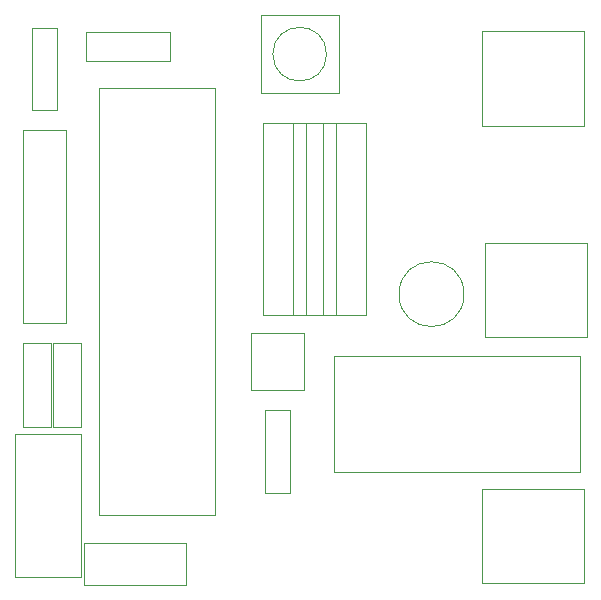
<source format=gbr>
G04 #@! TF.GenerationSoftware,KiCad,Pcbnew,(5.1.8)-1*
G04 #@! TF.CreationDate,2021-03-23T12:44:49+01:00*
G04 #@! TF.ProjectId,MicoBot1,4d69636f-426f-4743-912e-6b696361645f,rev?*
G04 #@! TF.SameCoordinates,Original*
G04 #@! TF.FileFunction,Other,User*
%FSLAX46Y46*%
G04 Gerber Fmt 4.6, Leading zero omitted, Abs format (unit mm)*
G04 Created by KiCad (PCBNEW (5.1.8)-1) date 2021-03-23 12:44:49*
%MOMM*%
%LPD*%
G01*
G04 APERTURE LIST*
%ADD10C,0.050000*%
%ADD11C,0.120000*%
G04 APERTURE END LIST*
D10*
X108120000Y-106400000D02*
X108120000Y-142500000D01*
X108120000Y-142500000D02*
X117920000Y-142500000D01*
X117920000Y-142500000D02*
X117920000Y-106400000D01*
X117920000Y-106400000D02*
X108120000Y-106400000D01*
X127990000Y-138895000D02*
X148840000Y-138895000D01*
X148840000Y-138895000D02*
X148840000Y-129095000D01*
X148840000Y-129095000D02*
X127990000Y-129095000D01*
X127990000Y-129095000D02*
X127990000Y-138895000D01*
D11*
X121793000Y-100203000D02*
X128397000Y-100203000D01*
X128397000Y-100203000D02*
X128397000Y-106807000D01*
X128397000Y-106807000D02*
X121793000Y-106807000D01*
X121793000Y-106807000D02*
X121793000Y-100203000D01*
X127366845Y-103505000D02*
G75*
G03*
X127366845Y-103505000I-2271845J0D01*
G01*
D10*
X124240000Y-133670000D02*
X122140000Y-133670000D01*
X122140000Y-133670000D02*
X122140000Y-140650000D01*
X122140000Y-140650000D02*
X124240000Y-140650000D01*
X124240000Y-140650000D02*
X124240000Y-133670000D01*
X120940000Y-131960000D02*
X125440000Y-131960000D01*
X125440000Y-131960000D02*
X125440000Y-127110000D01*
X125440000Y-127110000D02*
X120940000Y-127110000D01*
X120940000Y-127110000D02*
X120940000Y-131960000D01*
X104210000Y-135035000D02*
X106610000Y-135035000D01*
X106610000Y-135035000D02*
X106610000Y-127935000D01*
X106610000Y-127935000D02*
X104210000Y-127935000D01*
X104210000Y-127935000D02*
X104210000Y-135035000D01*
X101670000Y-127935000D02*
X101670000Y-135035000D01*
X104070000Y-127935000D02*
X101670000Y-127935000D01*
X104070000Y-135035000D02*
X104070000Y-127935000D01*
X101670000Y-135035000D02*
X104070000Y-135035000D01*
X114080000Y-104070000D02*
X114080000Y-101670000D01*
X114080000Y-101670000D02*
X106980000Y-101670000D01*
X106980000Y-101670000D02*
X106980000Y-104070000D01*
X106980000Y-104070000D02*
X114080000Y-104070000D01*
X104555000Y-101285000D02*
X102455000Y-101285000D01*
X102455000Y-101285000D02*
X102455000Y-108265000D01*
X102455000Y-108265000D02*
X104555000Y-108265000D01*
X104555000Y-108265000D02*
X104555000Y-101285000D01*
X100959000Y-147745000D02*
X106559000Y-147745000D01*
X106559000Y-147745000D02*
X106559000Y-135645000D01*
X106559000Y-135645000D02*
X100959000Y-135645000D01*
X100959000Y-135645000D02*
X100959000Y-147745000D01*
X139005000Y-123825000D02*
G75*
G03*
X139005000Y-123825000I-2750000J0D01*
G01*
X140545000Y-109565000D02*
X149145000Y-109565000D01*
X149145000Y-109565000D02*
X149145000Y-101565000D01*
X149145000Y-101565000D02*
X140545000Y-101565000D01*
X140545000Y-101565000D02*
X140545000Y-109565000D01*
X140545000Y-148300000D02*
X149145000Y-148300000D01*
X149145000Y-148300000D02*
X149145000Y-140300000D01*
X149145000Y-140300000D02*
X140545000Y-140300000D01*
X140545000Y-140300000D02*
X140545000Y-148300000D01*
X140799000Y-119472000D02*
X140799000Y-127472000D01*
X149399000Y-119472000D02*
X140799000Y-119472000D01*
X149399000Y-127472000D02*
X149399000Y-119472000D01*
X140799000Y-127472000D02*
X149399000Y-127472000D01*
X122025000Y-109325000D02*
X122025000Y-125625000D01*
X122025000Y-125625000D02*
X125625000Y-125625000D01*
X125625000Y-125625000D02*
X125625000Y-109325000D01*
X125625000Y-109325000D02*
X122025000Y-109325000D01*
X115465000Y-144885000D02*
X106815000Y-144885000D01*
X106815000Y-144885000D02*
X106815000Y-148485000D01*
X106815000Y-148485000D02*
X115465000Y-148485000D01*
X115465000Y-148485000D02*
X115465000Y-144885000D01*
X101705000Y-126260000D02*
X105305000Y-126260000D01*
X101705000Y-109960000D02*
X101705000Y-126260000D01*
X105305000Y-109960000D02*
X101705000Y-109960000D01*
X105305000Y-126260000D02*
X105305000Y-109960000D01*
X128165000Y-109325000D02*
X124565000Y-109325000D01*
X128165000Y-125625000D02*
X128165000Y-109325000D01*
X124565000Y-125625000D02*
X128165000Y-125625000D01*
X124565000Y-109325000D02*
X124565000Y-125625000D01*
X127105000Y-109325000D02*
X127105000Y-125625000D01*
X127105000Y-125625000D02*
X130705000Y-125625000D01*
X130705000Y-125625000D02*
X130705000Y-109325000D01*
X130705000Y-109325000D02*
X127105000Y-109325000D01*
M02*

</source>
